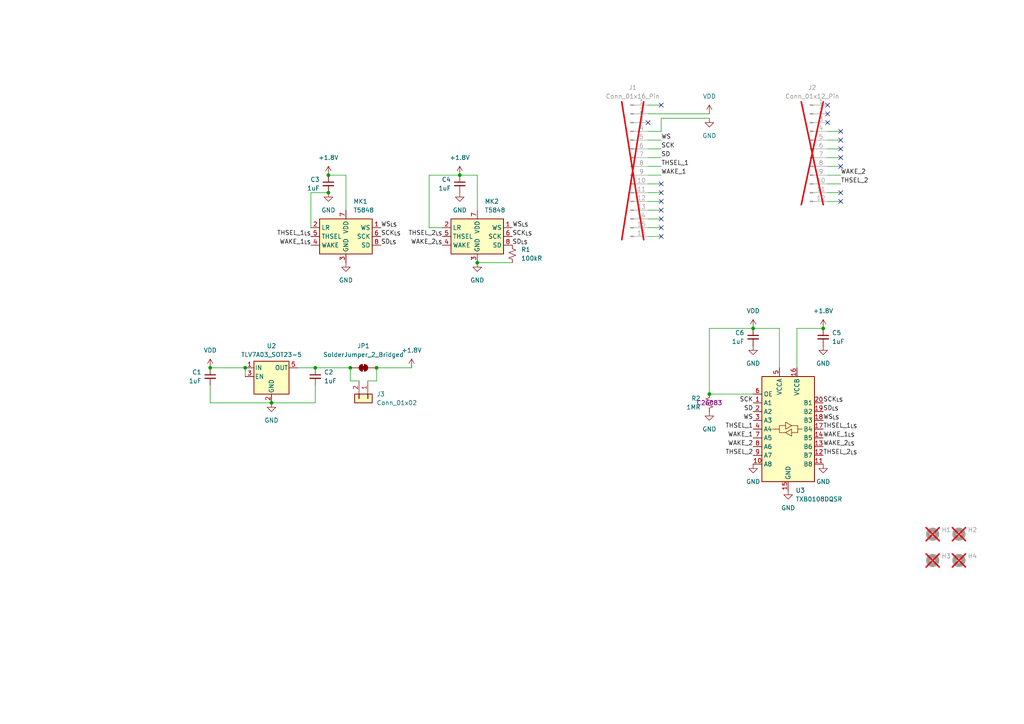
<source format=kicad_sch>
(kicad_sch (version 20250114) (generator "eeschema") (generator_version "9.0")
  (paper "A4")
  (lib_symbols
    (symbol "Connector:Conn_01x12_Pin" (pin_names (offset 1.016) (hide yes))
      (property "Reference" "J" (at 0 15.24 0))
      (property "Value" "Conn_01x12_Pin" (at 0 -17.78 0))
      (symbol "Conn_01x12_Pin_1_1"
        (rectangle (start 0.8636 12.827) (end 0 12.573) (stroke (width 0.1524)) (fill (type outline)))
        (rectangle (start 0.8636 10.287) (end 0 10.033) (stroke (width 0.1524)) (fill (type outline)))
        (rectangle (start 0.8636 7.747) (end 0 7.493) (stroke (width 0.1524)) (fill (type outline)))
        (rectangle (start 0.8636 5.207) (end 0 4.953) (stroke (width 0.1524)) (fill (type outline)))
        (rectangle (start 0.8636 2.667) (end 0 2.413) (stroke (width 0.1524)) (fill (type outline)))
        (rectangle (start 0.8636 0.127) (end 0 -0.127) (stroke (width 0.1524)) (fill (type outline)))
        (rectangle (start 0.8636 -2.413) (end 0 -2.667) (stroke (width 0.1524)) (fill (type outline)))
        (rectangle (start 0.8636 -4.953) (end 0 -5.207) (stroke (width 0.1524)) (fill (type outline)))
        (rectangle (start 0.8636 -7.493) (end 0 -7.747) (stroke (width 0.1524)) (fill (type outline)))
        (rectangle (start 0.8636 -10.033) (end 0 -10.287) (stroke (width 0.1524)) (fill (type outline)))
        (rectangle (start 0.8636 -12.573) (end 0 -12.827) (stroke (width 0.1524)) (fill (type outline)))
        (rectangle (start 0.8636 -15.113) (end 0 -15.367) (stroke (width 0.1524)) (fill (type outline)))
        (polyline (pts (xy 1.27 12.7) (xy 0.8636 12.7)) (stroke (width 0.1524)))
        (polyline (pts (xy 1.27 10.16) (xy 0.8636 10.16)) (stroke (width 0.1524)))
        (polyline (pts (xy 1.27 7.62) (xy 0.8636 7.62)) (stroke (width 0.1524)))
        (polyline (pts (xy 1.27 5.08) (xy 0.8636 5.08)) (stroke (width 0.1524)))
        (polyline (pts (xy 1.27 2.54) (xy 0.8636 2.54)) (stroke (width 0.1524)))
        (polyline (pts (xy 1.27 0) (xy 0.8636 0)) (stroke (width 0.1524)))
        (polyline (pts (xy 1.27 -2.54) (xy 0.8636 -2.54)) (stroke (width 0.1524)))
        (polyline (pts (xy 1.27 -5.08) (xy 0.8636 -5.08)) (stroke (width 0.1524)))
        (polyline (pts (xy 1.27 -7.62) (xy 0.8636 -7.62)) (stroke (width 0.1524)))
        (polyline (pts (xy 1.27 -10.16) (xy 0.8636 -10.16)) (stroke (width 0.1524)))
        (polyline (pts (xy 1.27 -12.7) (xy 0.8636 -12.7)) (stroke (width 0.1524)))
        (polyline (pts (xy 1.27 -15.24) (xy 0.8636 -15.24)) (stroke (width 0.1524)))
        (pin passive line (at 5.08 12.7 180) (length 3.81) (name "Pin_1") (number "1"))
        (pin passive line (at 5.08 10.16 180) (length 3.81) (name "Pin_2") (number "2"))
        (pin passive line (at 5.08 7.62 180) (length 3.81) (name "Pin_3") (number "3"))
        (pin passive line (at 5.08 5.08 180) (length 3.81) (name "Pin_4") (number "4"))
        (pin passive line (at 5.08 2.54 180) (length 3.81) (name "Pin_5") (number "5"))
        (pin passive line (at 5.08 0 180) (length 3.81) (name "Pin_6") (number "6"))
        (pin passive line (at 5.08 -2.54 180) (length 3.81) (name "Pin_7") (number "7"))
        (pin passive line (at 5.08 -5.08 180) (length 3.81) (name "Pin_8") (number "8"))
        (pin passive line (at 5.08 -7.62 180) (length 3.81) (name "Pin_9") (number "9"))
        (pin passive line (at 5.08 -10.16 180) (length 3.81) (name "Pin_10") (number "10"))
        (pin passive line (at 5.08 -12.7 180) (length 3.81) (name "Pin_11") (number "11"))
        (pin passive line (at 5.08 -15.24 180) (length 3.81) (name "Pin_12") (number "12"))
      )
    )
    (symbol "Connector:Conn_01x16_Pin" (pin_names (offset 1.016) (hide yes))
      (property "Reference" "J" (at 0 20.32 0))
      (property "Value" "Conn_01x16_Pin" (at 0 -22.86 0))
      (symbol "Conn_01x16_Pin_1_1"
        (rectangle (start 0.8636 17.907) (end 0 17.653) (stroke (width 0.1524)) (fill (type outline)))
        (rectangle (start 0.8636 15.367) (end 0 15.113) (stroke (width 0.1524)) (fill (type outline)))
        (rectangle (start 0.8636 12.827) (end 0 12.573) (stroke (width 0.1524)) (fill (type outline)))
        (rectangle (start 0.8636 10.287) (end 0 10.033) (stroke (width 0.1524)) (fill (type outline)))
        (rectangle (start 0.8636 7.747) (end 0 7.493) (stroke (width 0.1524)) (fill (type outline)))
        (rectangle (start 0.8636 5.207) (end 0 4.953) (stroke (width 0.1524)) (fill (type outline)))
        (rectangle (start 0.8636 2.667) (end 0 2.413) (stroke (width 0.1524)) (fill (type outline)))
        (rectangle (start 0.8636 0.127) (end 0 -0.127) (stroke (width 0.1524)) (fill (type outline)))
        (rectangle (start 0.8636 -2.413) (end 0 -2.667) (stroke (width 0.1524)) (fill (type outline)))
        (rectangle (start 0.8636 -4.953) (end 0 -5.207) (stroke (width 0.1524)) (fill (type outline)))
        (rectangle (start 0.8636 -7.493) (end 0 -7.747) (stroke (width 0.1524)) (fill (type outline)))
        (rectangle (start 0.8636 -10.033) (end 0 -10.287) (stroke (width 0.1524)) (fill (type outline)))
        (rectangle (start 0.8636 -12.573) (end 0 -12.827) (stroke (width 0.1524)) (fill (type outline)))
        (rectangle (start 0.8636 -15.113) (end 0 -15.367) (stroke (width 0.1524)) (fill (type outline)))
        (rectangle (start 0.8636 -17.653) (end 0 -17.907) (stroke (width 0.1524)) (fill (type outline)))
        (rectangle (start 0.8636 -20.193) (end 0 -20.447) (stroke (width 0.1524)) (fill (type outline)))
        (polyline (pts (xy 1.27 17.78) (xy 0.8636 17.78)) (stroke (width 0.1524)))
        (polyline (pts (xy 1.27 15.24) (xy 0.8636 15.24)) (stroke (width 0.1524)))
        (polyline (pts (xy 1.27 12.7) (xy 0.8636 12.7)) (stroke (width 0.1524)))
        (polyline (pts (xy 1.27 10.16) (xy 0.8636 10.16)) (stroke (width 0.1524)))
        (polyline (pts (xy 1.27 7.62) (xy 0.8636 7.62)) (stroke (width 0.1524)))
        (polyline (pts (xy 1.27 5.08) (xy 0.8636 5.08)) (stroke (width 0.1524)))
        (polyline (pts (xy 1.27 2.54) (xy 0.8636 2.54)) (stroke (width 0.1524)))
        (polyline (pts (xy 1.27 0) (xy 0.8636 0)) (stroke (width 0.1524)))
        (polyline (pts (xy 1.27 -2.54) (xy 0.8636 -2.54)) (stroke (width 0.1524)))
        (polyline (pts (xy 1.27 -5.08) (xy 0.8636 -5.08)) (stroke (width 0.1524)))
        (polyline (pts (xy 1.27 -7.62) (xy 0.8636 -7.62)) (stroke (width 0.1524)))
        (polyline (pts (xy 1.27 -10.16) (xy 0.8636 -10.16)) (stroke (width 0.1524)))
        (polyline (pts (xy 1.27 -12.7) (xy 0.8636 -12.7)) (stroke (width 0.1524)))
        (polyline (pts (xy 1.27 -15.24) (xy 0.8636 -15.24)) (stroke (width 0.1524)))
        (polyline (pts (xy 1.27 -17.78) (xy 0.8636 -17.78)) (stroke (width 0.1524)))
        (polyline (pts (xy 1.27 -20.32) (xy 0.8636 -20.32)) (stroke (width 0.1524)))
        (pin passive line (at 5.08 17.78 180) (length 3.81) (name "Pin_1") (number "1"))
        (pin passive line (at 5.08 15.24 180) (length 3.81) (name "Pin_2") (number "2"))
        (pin passive line (at 5.08 12.7 180) (length 3.81) (name "Pin_3") (number "3"))
        (pin passive line (at 5.08 10.16 180) (length 3.81) (name "Pin_4") (number "4"))
        (pin passive line (at 5.08 7.62 180) (length 3.81) (name "Pin_5") (number "5"))
        (pin passive line (at 5.08 5.08 180) (length 3.81) (name "Pin_6") (number "6"))
        (pin passive line (at 5.08 2.54 180) (length 3.81) (name "Pin_7") (number "7"))
        (pin passive line (at 5.08 0 180) (length 3.81) (name "Pin_8") (number "8"))
        (pin passive line (at 5.08 -2.54 180) (length 3.81) (name "Pin_9") (number "9"))
        (pin passive line (at 5.08 -5.08 180) (length 3.81) (name "Pin_10") (number "10"))
        (pin passive line (at 5.08 -7.62 180) (length 3.81) (name "Pin_11") (number "11"))
        (pin passive line (at 5.08 -10.16 180) (length 3.81) (name "Pin_12") (number "12"))
        (pin passive line (at 5.08 -12.7 180) (length 3.81) (name "Pin_13") (number "13"))
        (pin passive line (at 5.08 -15.24 180) (length 3.81) (name "Pin_14") (number "14"))
        (pin passive line (at 5.08 -17.78 180) (length 3.81) (name "Pin_15") (number "15"))
        (pin passive line (at 5.08 -20.32 180) (length 3.81) (name "Pin_16") (number "16"))
      )
    )
    (symbol "Connector_Generic:Conn_01x02" (pin_names (offset 1.016) (hide yes))
      (property "Reference" "J" (at 0 2.54 0))
      (property "Value" "Conn_01x02" (at 0 -5.08 0))
      (symbol "Conn_01x02_1_1"
        (rectangle (start -1.27 1.27) (end 1.27 -3.81) (stroke (width 0.254)) (fill (type background)))
        (rectangle (start -1.27 0.127) (end 0 -0.127) (stroke (width 0.1524)))
        (rectangle (start -1.27 -2.413) (end 0 -2.667) (stroke (width 0.1524)))
        (pin passive line (at -5.08 0 0) (length 3.81) (name "Pin_1") (number "1"))
        (pin passive line (at -5.08 -2.54 0) (length 3.81) (name "Pin_2") (number "2"))
      )
    )
    (symbol "Device:C_Small" (pin_numbers (hide yes)) (pin_names (offset 0.254) (hide yes))
      (property "Reference" "C" (at 0.254 1.778 0))
      (property "Value" "C_Small" (at 0.254 -2.032 0))
      (symbol "C_Small_0_1"
        (polyline (pts (xy -1.524 0.508) (xy 1.524 0.508)) (stroke (width 0.3048)))
        (polyline (pts (xy -1.524 -0.508) (xy 1.524 -0.508)) (stroke (width 0.3302)))
      )
      (symbol "C_Small_1_1"
        (pin passive line (at 0 2.54 270) (length 2.032) (name "~") (number "1"))
        (pin passive line (at 0 -2.54 90) (length 2.032) (name "~") (number "2"))
      )
    )
    (symbol "Device:R_Small_US" (pin_numbers (hide yes)) (pin_names (offset 0.254) (hide yes))
      (property "Reference" "R" (at 0.762 0.508 0))
      (property "Value" "R_Small_US" (at 0.762 -1.016 0))
      (symbol "R_Small_US_1_1"
        (polyline (pts (xy 0 1.524) (xy 1.016 1.143) (xy 0 0.762) (xy -1.016 0.381) (xy 0 0)))
        (polyline (pts (xy 0 0) (xy 1.016 -0.381) (xy 0 -0.762) (xy -1.016 -1.143) (xy 0 -1.524)))
        (pin passive line (at 0 2.54 270) (length 1.016) (name "~") (number "1"))
        (pin passive line (at 0 -2.54 90) (length 1.016) (name "~") (number "2"))
      )
    )
    (symbol "Jumper:SolderJumper_2_Bridged" (pin_numbers (hide yes)) (pin_names (offset 0) (hide yes)) (in_bom no)
      (property "Reference" "JP" (at 0 2.032 0))
      (property "Value" "SolderJumper_2_Bridged" (at 0 -2.54 0))
      (symbol "SolderJumper_2_Bridged_0_1"
        (rectangle (start -0.508 0.508) (end 0.508 -0.508) (fill (type outline)))
        (polyline (pts (xy -0.254 1.016) (xy -0.254 -1.016)))
        (arc (start -0.254 -1.016) (mid -1.2656 0) (end -0.254 1.016))
        (arc (start -0.254 -1.016) (mid -1.2656 0) (end -0.254 1.016) (fill (type outline)))
        (arc (start 0.254 1.016) (mid 1.2656 0) (end 0.254 -1.016))
        (arc (start 0.254 1.016) (mid 1.2656 0) (end 0.254 -1.016) (fill (type outline)))
        (polyline (pts (xy 0.254 1.016) (xy 0.254 -1.016)))
      )
      (symbol "SolderJumper_2_Bridged_1_1"
        (pin passive line (at -3.81 0 0) (length 2.54) (name "A") (number "1"))
        (pin passive line (at 3.81 0 180) (length 2.54) (name "B") (number "2"))
      )
    )
    (symbol "Logic_LevelTranslator:TXB0108DQSR"
      (property "Reference" "U" (at -6.35 16.51 0))
      (property "Value" "TXB0108DQSR" (at 3.81 16.51 0))
      (symbol "TXB0108DQSR_0_1"
        (rectangle (start -7.62 15.24) (end 7.62 -15.24) (stroke (width 0.254)) (fill (type background)))
        (polyline (pts (xy -2.54 0) (xy -2.54 1.016) (xy -0.762 1.016)))
        (polyline (pts (xy -0.762 -1.016) (xy -2.54 -1.016) (xy -2.54 0) (xy -4.572 0)))
        (polyline (pts (xy -0.762 -1.016) (xy 1.016 0) (xy 1.016 -2.032) (xy -0.762 -1.016)))
        (polyline (pts (xy 1.016 1.016) (xy -0.762 0) (xy -0.762 2.032) (xy 1.016 1.016)))
        (polyline (pts (xy 1.016 1.016) (xy 2.794 1.016) (xy 2.794 0) (xy 4.064 0)))
        (polyline (pts (xy 2.794 0) (xy 2.794 -1.016) (xy 1.016 -1.016)))
      )
      (symbol "TXB0108DQSR_1_1"
        (pin input line (at -10.16 10.16 0) (length 2.54) (name "OE") (number "6"))
        (pin bidirectional line (at -10.16 7.62 0) (length 2.54) (name "A1") (number "1"))
        (pin bidirectional line (at -10.16 5.08 0) (length 2.54) (name "A2") (number "2"))
        (pin bidirectional line (at -10.16 2.54 0) (length 2.54) (name "A3") (number "3"))
        (pin bidirectional line (at -10.16 0 0) (length 2.54) (name "A4") (number "4"))
        (pin bidirectional line (at -10.16 -2.54 0) (length 2.54) (name "A5") (number "7"))
        (pin bidirectional line (at -10.16 -5.08 0) (length 2.54) (name "A6") (number "8"))
        (pin bidirectional line (at -10.16 -7.62 0) (length 2.54) (name "A7") (number "9"))
        (pin bidirectional line (at -10.16 -10.16 0) (length 2.54) (name "A8") (number "10"))
        (pin power_in line (at -2.54 17.78 270) (length 2.54) (name "VCCA") (number "5"))
        (pin power_in line (at 0 -17.78 90) (length 2.54) (name "GND") (number "15"))
        (pin power_in line (at 2.54 17.78 270) (length 2.54) (name "VCCB") (number "16"))
        (pin bidirectional line (at 10.16 7.62 180) (length 2.54) (name "B1") (number "20"))
        (pin bidirectional line (at 10.16 5.08 180) (length 2.54) (name "B2") (number "19"))
        (pin bidirectional line (at 10.16 2.54 180) (length 2.54) (name "B3") (number "18"))
        (pin bidirectional line (at 10.16 0 180) (length 2.54) (name "B4") (number "17"))
        (pin bidirectional line (at 10.16 -2.54 180) (length 2.54) (name "B5") (number "14"))
        (pin bidirectional line (at 10.16 -5.08 180) (length 2.54) (name "B6") (number "13"))
        (pin bidirectional line (at 10.16 -7.62 180) (length 2.54) (name "B7") (number "12"))
        (pin bidirectional line (at 10.16 -10.16 180) (length 2.54) (name "B8") (number "11"))
      )
    )
    (symbol "Mechanical:MountingHole" (pin_names (offset 1.016))
      (property "Reference" "H" (at 0 5.08 0))
      (property "Value" "MountingHole" (at 0 3.175 0))
      (symbol "MountingHole_0_1"
        (circle (center 0 0) (radius 1.27) (stroke (width 1.27)))
      )
    )
    (symbol "Regulator_Linear:TLV70018_SOT23-5" (pin_names (offset 0.254))
      (property "Reference" "U" (at -3.81 5.715 0))
      (property "Value" "TLV70018_SOT23-5" (at 0 5.715 0))
      (symbol "TLV70018_SOT23-5_0_1"
        (rectangle (start -5.08 4.445) (end 5.08 -5.08) (stroke (width 0.254)) (fill (type background)))
      )
      (symbol "TLV70018_SOT23-5_1_1"
        (pin power_in line (at -7.62 2.54 0) (length 2.54) (name "IN") (number "1"))
        (pin input line (at -7.62 0 0) (length 2.54) (name "EN") (number "3"))
        (pin power_in line (at 0 -7.62 90) (length 2.54) (name "GND") (number "2"))
        (pin no_connect line (at 5.08 0 180) (length 2.54) (hide yes) (name "NC") (number "4"))
        (pin power_out line (at 7.62 2.54 180) (length 2.54) (name "OUT") (number "5"))
      )
    )
    (symbol "T5848:T5848"
      (property "Reference" "MK" (at -7.62 6.35 0))
      (property "Value" "T5848" (at 1.27 6.35 0))
      (symbol "T5848_1_0"
        (pin power_in line (at 0 7.62 270) (length 2.54) (name "VDD") (number "7"))
        (pin output line (at 10.16 -2.54 180) (length 2.54) (name "SD") (number "8"))
      )
      (symbol "T5848_1_1"
        (rectangle (start -7.62 5.08) (end 7.62 -5.08) (stroke (width 0.254)) (fill (type background)))
        (pin input line (at -10.16 2.54 0) (length 2.54) (name "LR") (number "2"))
        (pin input line (at -10.16 0 0) (length 2.54) (name "THSEL") (number "5"))
        (pin output line (at -10.16 -2.54 0) (length 2.54) (name "WAKE") (number "4"))
        (pin power_in line (at 0 -7.62 90) (length 2.54) (name "GND") (number "3"))
        (pin input line (at 10.16 2.54 180) (length 2.54) (name "WS") (number "1"))
        (pin input line (at 10.16 0 180) (length 2.54) (name "SCK") (number "6"))
      )
    )
    (symbol "power:+1V8" (power) (pin_numbers (hide yes)) (pin_names (offset 0) (hide yes))
      (property "Value" "+1V8" (at 0 3.556 0))
      (symbol "+1V8_0_1"
        (polyline (pts (xy -0.762 1.27) (xy 0 2.54)))
        (polyline (pts (xy 0 2.54) (xy 0.762 1.27)))
        (polyline (pts (xy 0 0) (xy 0 2.54)))
      )
      (symbol "+1V8_1_1"
        (pin power_in line (at 0 0 90) (length 0) (name "~") (number "1"))
      )
    )
    (symbol "power:GND" (power) (pin_numbers (hide yes)) (pin_names (offset 0) (hide yes))
      (property "Value" "GND" (at 0 -3.81 0))
      (symbol "GND_0_1"
        (polyline (pts (xy 0 0) (xy 0 -1.27) (xy 1.27 -1.27) (xy 0 -2.54) (xy -1.27 -1.27) (xy 0 -1.27)))
      )
      (symbol "GND_1_1"
        (pin power_in line (at 0 0 270) (length 0) (name "~") (number "1"))
      )
    )
    (symbol "power:VDD" (power) (pin_numbers (hide yes)) (pin_names (offset 0) (hide yes))
      (property "Value" "VDD" (at 0 3.556 0))
      (symbol "VDD_0_1"
        (polyline (pts (xy -0.762 1.27) (xy 0 2.54)))
        (polyline (pts (xy 0 2.54) (xy 0.762 1.27)))
        (polyline (pts (xy 0 0) (xy 0 2.54)))
      )
      (symbol "VDD_1_1"
        (pin power_in line (at 0 0 90) (length 0) (name "~") (number "1"))
      )
    )
  )
  (junction (at 109.22 106.68))
  (junction (at 71.12 106.68))
  (junction (at 91.44 106.68))
  (junction (at 238.76 95.25))
  (junction (at 60.96 106.68))
  (junction (at 78.74 116.84))
  (junction (at 95.25 55.88))
  (junction (at 218.44 95.25))
  (junction (at 138.43 76.2))
  (junction (at 133.35 50.8))
  (junction (at 95.25 50.8))
  (junction (at 101.6 106.68))
  (junction (at 205.74 114.3))
  (no_connect (at 191.77 30.48))
  (no_connect (at 191.77 53.34))
  (no_connect (at 243.84 38.1))
  (no_connect (at 191.77 60.96))
  (no_connect (at 191.77 68.58))
  (no_connect (at 243.84 48.26))
  (no_connect (at 191.77 55.88))
  (no_connect (at 243.84 43.18))
  (no_connect (at 240.03 30.48))
  (no_connect (at 243.84 55.88))
  (no_connect (at 191.77 66.04))
  (no_connect (at 240.03 35.56))
  (no_connect (at 243.84 45.72))
  (no_connect (at 191.77 58.42))
  (no_connect (at 187.96 35.56))
  (no_connect (at 191.77 63.5))
  (no_connect (at 240.03 33.02))
  (no_connect (at 243.84 58.42))
  (no_connect (at 243.84 40.64))
  (wire (pts (xy 104.14 110.49) (xy 101.6 110.49)))
  (wire (pts (xy 205.74 114.3) (xy 218.44 114.3)))
  (wire (pts (xy 124.46 50.8) (xy 133.35 50.8)))
  (wire (pts (xy 187.96 50.8) (xy 191.77 50.8)))
  (wire (pts (xy 90.17 66.04) (xy 90.17 55.88)))
  (wire (pts (xy 187.96 55.88) (xy 191.77 55.88)))
  (wire (pts (xy 240.03 40.64) (xy 243.84 40.64)))
  (wire (pts (xy 191.77 30.48) (xy 187.96 30.48)))
  (wire (pts (xy 187.96 60.96) (xy 191.77 60.96)))
  (wire (pts (xy 205.74 95.25) (xy 205.74 114.3)))
  (wire (pts (xy 138.43 50.8) (xy 138.43 60.96)))
  (wire (pts (xy 191.77 48.26) (xy 187.96 48.26)))
  (wire (pts (xy 187.96 40.64) (xy 191.77 40.64)))
  (wire (pts (xy 109.22 106.68) (xy 119.38 106.68)))
  (wire (pts (xy 187.96 33.02) (xy 205.74 33.02)))
  (wire (pts (xy 191.77 43.18) (xy 187.96 43.18)))
  (wire (pts (xy 91.44 116.84) (xy 78.74 116.84)))
  (wire (pts (xy 191.77 58.42) (xy 187.96 58.42)))
  (wire (pts (xy 133.35 50.8) (xy 138.43 50.8)))
  (wire (pts (xy 100.33 50.8) (xy 100.33 60.96)))
  (wire (pts (xy 243.84 48.26) (xy 240.03 48.26)))
  (wire (pts (xy 191.77 34.29) (xy 191.77 38.1)))
  (wire (pts (xy 191.77 68.58) (xy 187.96 68.58)))
  (wire (pts (xy 243.84 53.34) (xy 240.03 53.34)))
  (wire (pts (xy 128.27 66.04) (xy 124.46 66.04)))
  (wire (pts (xy 240.03 55.88) (xy 243.84 55.88)))
  (wire (pts (xy 243.84 58.42) (xy 240.03 58.42)))
  (wire (pts (xy 191.77 38.1) (xy 187.96 38.1)))
  (wire (pts (xy 60.96 116.84) (xy 78.74 116.84)))
  (wire (pts (xy 101.6 110.49) (xy 101.6 106.68)))
  (wire (pts (xy 91.44 106.68) (xy 101.6 106.68)))
  (wire (pts (xy 91.44 106.68) (xy 86.36 106.68)))
  (wire (pts (xy 90.17 55.88) (xy 95.25 55.88)))
  (wire (pts (xy 240.03 38.1) (xy 243.84 38.1)))
  (wire (pts (xy 240.03 50.8) (xy 243.84 50.8)))
  (wire (pts (xy 60.96 106.68) (xy 71.12 106.68)))
  (wire (pts (xy 91.44 111.76) (xy 91.44 116.84)))
  (wire (pts (xy 60.96 111.76) (xy 60.96 116.84)))
  (wire (pts (xy 226.06 95.25) (xy 226.06 106.68)))
  (wire (pts (xy 187.96 66.04) (xy 191.77 66.04)))
  (wire (pts (xy 109.22 110.49) (xy 109.22 106.68)))
  (wire (pts (xy 240.03 45.72) (xy 243.84 45.72)))
  (wire (pts (xy 218.44 95.25) (xy 226.06 95.25)))
  (wire (pts (xy 138.43 76.2) (xy 148.59 76.2)))
  (wire (pts (xy 231.14 95.25) (xy 231.14 106.68)))
  (wire (pts (xy 191.77 63.5) (xy 187.96 63.5)))
  (wire (pts (xy 191.77 53.34) (xy 187.96 53.34)))
  (wire (pts (xy 238.76 95.25) (xy 231.14 95.25)))
  (wire (pts (xy 187.96 45.72) (xy 191.77 45.72)))
  (wire (pts (xy 106.68 110.49) (xy 109.22 110.49)))
  (wire (pts (xy 124.46 66.04) (xy 124.46 50.8)))
  (wire (pts (xy 191.77 34.29) (xy 205.74 34.29)))
  (wire (pts (xy 218.44 95.25) (xy 205.74 95.25)))
  (wire (pts (xy 95.25 50.8) (xy 100.33 50.8)))
  (wire (pts (xy 243.84 43.18) (xy 240.03 43.18)))
  (wire (pts (xy 71.12 106.68) (xy 71.12 109.22)))
  (label "WS_{LS}" (at 110.49 66.04 0))
  (label "WS" (at 218.44 121.92 180))
  (label "SCK" (at 191.77 43.18 0))
  (label "WS_{LS}" (at 148.59 66.04 0))
  (label "THSEL_1_{LS}" (at 90.17 68.58 180))
  (label "WAKE_2_{LS}" (at 128.27 71.12 180))
  (label "SD" (at 191.77 45.72 0))
  (label "SD" (at 218.44 119.38 180))
  (label "THSEL_2_{LS}" (at 238.76 132.08 0))
  (label "WS" (at 191.77 40.64 0))
  (label "WAKE_2" (at 243.84 50.8 0))
  (label "WAKE_1_{LS}" (at 238.76 127 0))
  (label "WAKE_1_{LS}" (at 90.17 71.12 180))
  (label "THSEL_1" (at 191.77 48.26 0))
  (label "THSEL_2" (at 243.84 53.34 0))
  (label "SCK" (at 218.44 116.84 180))
  (label "THSEL_2" (at 218.44 132.08 180))
  (label "SCK_{LS}" (at 148.59 68.58 0))
  (label "THSEL_1_{LS}" (at 238.76 124.46 0))
  (label "SD_{LS}" (at 148.59 71.12 0))
  (label "WAKE_1" (at 218.44 127 180))
  (label "WAKE_2" (at 218.44 129.54 180))
  (label "SD_{LS}" (at 110.49 71.12 0))
  (label "SCK_{LS}" (at 238.76 116.84 0))
  (label "THSEL_2_{LS}" (at 128.27 68.58 180))
  (label "WAKE_1" (at 191.77 50.8 0))
  (label "WAKE_2_{LS}" (at 238.76 129.54 0))
  (label "SD_{LS}" (at 238.76 119.38 0))
  (label "SCK_{LS}" (at 110.49 68.58 0))
  (label "THSEL_1" (at 218.44 124.46 180))
  (label "WS_{LS}" (at 238.76 121.92 0))
  (symbol (lib_id "power:+1V8") (at 119.38 106.68 0) (unit 1)
    (property "Reference" "#PWR04" (effects (hide yes)))
    (property "Value" "+1.8V" (at 119.38 101.6 0))
    (property "Description" "Power symbol creates a global label with name \"+1V8\"" (effects (hide yes)))
  )
  (symbol (lib_id "Mechanical:MountingHole") (at 278.13 154.94 0) (unit 1) (exclude_from_sim yes) (in_bom no) (dnp yes)
    (property "Reference" "H2" (at 280.67 153.67 0) (effects (justify left)))
    (property "Value" "MountingHole" (effects (hide yes)))
    (property "Footprint" "MountingHole:MountingHole_2.5mm" (effects (hide yes)))
  )
  (symbol (lib_id "Device:C_Small") (at 218.44 97.79 0) (unit 1)
    (property "Reference" "C6" (at 215.9 96.5262 0) (effects (justify right)))
    (property "Value" "1uF" (at 215.9 99.0662 0) (effects (justify right)))
    (property "Footprint" "Capacitor_SMD:C_0402_1005Metric" (effects (hide yes)))
    (property "Description" "Unpolarized capacitor, small symbol" (effects (hide yes)))
    (property "LCSC" "C52923" (effects (hide yes)))
  )
  (symbol (lib_id "T5848:T5848") (at 100.33 68.58 0) (unit 1)
    (property "Reference" "MK1" (at 102.4733 58.42 0) (effects (justify left)))
    (property "Value" "T5848" (at 102.4733 60.96 0) (effects (justify left)))
    (property "Footprint" "T5848:TDK_T5848-8_3.5x2.65mm" (effects (hide yes)))
    (property "Datasheet" "https://invensense.tdk.com/wp-content/uploads/2024/04/DS-000479-T5848-Datasheet-v1.0.pdf" (effects (hide yes)))
    (property "Description" "TDK InvenSense MEMS Microphone, 24-bit I2S, 65 dBA SNR, LGA-8" (effects (hide yes)))
    (property "LCSC" "C20344623" (effects (hide yes)))
  )
  (symbol (lib_id "Device:C_Small") (at 133.35 53.34 0) (unit 1)
    (property "Reference" "C4" (at 130.81 52.0762 0) (effects (justify right)))
    (property "Value" "1uF" (at 130.81 54.6162 0) (effects (justify right)))
    (property "Footprint" "Capacitor_SMD:C_0402_1005Metric" (effects (hide yes)))
    (property "Description" "Unpolarized capacitor, small symbol" (effects (hide yes)))
    (property "LCSC" "C52923" (effects (hide yes)))
  )
  (symbol (lib_id "T5848:T5848") (at 138.43 68.58 0) (unit 1)
    (property "Reference" "MK2" (at 140.5733 58.42 0) (effects (justify left)))
    (property "Value" "T5848" (at 140.5733 60.96 0) (effects (justify left)))
    (property "Footprint" "T5848:TDK_T5848-8_3.5x2.65mm" (effects (hide yes)))
    (property "Datasheet" "https://invensense.tdk.com/wp-content/uploads/2024/04/DS-000479-T5848-Datasheet-v1.0.pdf" (effects (hide yes)))
    (property "Description" "TDK InvenSense MEMS Microphone, 24-bit I2S, 65 dBA SNR, LGA-8" (effects (hide yes)))
    (property "LCSC" "C20344623" (effects (hide yes)))
  )
  (symbol (lib_id "power:GND") (at 238.76 100.33 0) (mirror y) (unit 1)
    (property "Reference" "#PWR014" (effects (hide yes)))
    (property "Value" "GND" (at 238.76 105.41 0))
    (property "Description" "Power symbol creates a global label with name \"GND\" , ground" (effects (hide yes)))
  )
  (symbol (lib_id "Regulator_Linear:TLV70018_SOT23-5") (at 78.74 109.22 0) (unit 1)
    (property "Reference" "U2" (at 78.74 100.33 0))
    (property "Value" "TLV7A03_SOT23-5" (at 78.74 102.87 0))
    (property "Footprint" "Package_TO_SOT_SMD:SOT-23-5" (effects (hide yes)))
    (property "Datasheet" "http://www.ti.com/lit/ds/symlink/tlv700.pdf" (effects (hide yes)))
    (property "Description" "200mA Low Dropout Voltage Regulator, Fixed Output 1.8V, SOT-23-5" (effects (hide yes)))
    (property "LCSC" "C92498" (effects (hide yes)))
  )
  (symbol (lib_id "power:VDD") (at 60.96 106.68 0) (unit 1)
    (property "Reference" "#PWR03" (effects (hide yes)))
    (property "Value" "VDD" (at 60.96 101.6 0))
    (property "Description" "Power symbol creates a global label with name \"VDD\"" (effects (hide yes)))
  )
  (symbol (lib_id "power:VDD") (at 218.44 95.25 0) (unit 1)
    (property "Reference" "#PWR015" (effects (hide yes)))
    (property "Value" "VDD" (at 218.44 90.17 0))
    (property "Description" "Power symbol creates a global label with name \"VDD\"" (effects (hide yes)))
  )
  (symbol (lib_id "power:GND") (at 133.35 55.88 0) (unit 1)
    (property "Reference" "#PWR08" (effects (hide yes)))
    (property "Value" "GND" (at 133.35 60.96 0))
    (property "Description" "Power symbol creates a global label with name \"GND\" , ground" (effects (hide yes)))
  )
  (symbol (lib_id "power:+1V8") (at 238.76 95.25 0) (mirror y) (unit 1)
    (property "Reference" "#PWR013" (effects (hide yes)))
    (property "Value" "+1.8V" (at 238.76 90.17 0))
    (property "Description" "Power symbol creates a global label with name \"+1V8\"" (effects (hide yes)))
  )
  (symbol (lib_id "Mechanical:MountingHole") (at 278.13 162.56 0) (unit 1) (exclude_from_sim yes) (in_bom no) (dnp yes)
    (property "Reference" "H4" (at 280.67 161.29 0) (effects (justify left)))
    (property "Value" "MountingHole" (effects (hide yes)))
    (property "Footprint" "MountingHole:MountingHole_2.5mm" (effects (hide yes)))
  )
  (symbol (lib_id "Device:C_Small") (at 91.44 109.22 0) (mirror y) (unit 1)
    (property "Reference" "C2" (at 93.98 107.9562 0) (effects (justify right)))
    (property "Value" "1uF" (at 93.98 110.4962 0) (effects (justify right)))
    (property "Footprint" "Capacitor_SMD:C_0402_1005Metric" (effects (hide yes)))
    (property "Description" "Unpolarized capacitor, small symbol" (effects (hide yes)))
    (property "LCSC" "C52923" (effects (hide yes)))
  )
  (symbol (lib_id "power:GND") (at 100.33 76.2 0) (unit 1)
    (property "Reference" "#PWR01" (effects (hide yes)))
    (property "Value" "GND" (at 100.33 81.28 0))
    (property "Description" "Power symbol creates a global label with name \"GND\" , ground" (effects (hide yes)))
  )
  (symbol (lib_id "power:GND") (at 138.43 76.2 0) (unit 1)
    (property "Reference" "#PWR09" (effects (hide yes)))
    (property "Value" "GND" (at 138.43 81.28 0))
    (property "Description" "Power symbol creates a global label with name \"GND\" , ground" (effects (hide yes)))
  )
  (symbol (lib_id "power:+1V8") (at 95.25 50.8 0) (unit 1)
    (property "Reference" "#PWR06" (effects (hide yes)))
    (property "Value" "+1.8V" (at 95.25 45.72 0))
    (property "Description" "Power symbol creates a global label with name \"+1V8\"" (effects (hide yes)))
  )
  (symbol (lib_id "power:GND") (at 95.25 55.88 0) (unit 1)
    (property "Reference" "#PWR05" (effects (hide yes)))
    (property "Value" "GND" (at 95.25 60.96 0))
    (property "Description" "Power symbol creates a global label with name \"GND\" , ground" (effects (hide yes)))
  )
  (symbol (lib_id "power:+1V8") (at 133.35 50.8 0) (unit 1)
    (property "Reference" "#PWR07" (effects (hide yes)))
    (property "Value" "+1.8V" (at 133.35 45.72 0))
    (property "Description" "Power symbol creates a global label with name \"+1V8\"" (effects (hide yes)))
  )
  (symbol (lib_id "power:GND") (at 238.76 134.62 0) (unit 1)
    (property "Reference" "#PWR018" (effects (hide yes)))
    (property "Value" "GND" (at 238.76 139.7 0))
    (property "Description" "Power symbol creates a global label with name \"GND\" , ground" (effects (hide yes)))
  )
  (symbol (lib_id "power:GND") (at 218.44 100.33 0) (unit 1)
    (property "Reference" "#PWR016" (effects (hide yes)))
    (property "Value" "GND" (at 218.44 105.41 0))
    (property "Description" "Power symbol creates a global label with name \"GND\" , ground" (effects (hide yes)))
  )
  (symbol (lib_id "Mechanical:MountingHole") (at 270.51 154.94 0) (unit 1) (exclude_from_sim yes) (in_bom no) (dnp yes)
    (property "Reference" "H1" (at 273.05 153.67 0) (effects (justify left)))
    (property "Value" "MountingHole" (effects (hide yes)))
    (property "Footprint" "MountingHole:MountingHole_2.5mm" (effects (hide yes)))
  )
  (symbol (lib_id "Mechanical:MountingHole") (at 270.51 162.56 0) (unit 1) (exclude_from_sim yes) (in_bom no) (dnp yes)
    (property "Reference" "H3" (at 273.05 161.29 0) (effects (justify left)))
    (property "Value" "MountingHole" (effects (hide yes)))
    (property "Footprint" "MountingHole:MountingHole_2.5mm" (effects (hide yes)))
  )
  (symbol (lib_id "Device:C_Small") (at 238.76 97.79 0) (mirror y) (unit 1)
    (property "Reference" "C5" (at 241.3 96.5262 0) (effects (justify right)))
    (property "Value" "1uF" (at 241.3 99.0662 0) (effects (justify right)))
    (property "Footprint" "Capacitor_SMD:C_0402_1005Metric" (effects (hide yes)))
    (property "Description" "Unpolarized capacitor, small symbol" (effects (hide yes)))
    (property "LCSC" "C52923" (effects (hide yes)))
  )
  (symbol (lib_id "Jumper:SolderJumper_2_Bridged") (at 105.41 106.68 0) (unit 1) (in_bom no)
    (property "Reference" "JP1" (at 105.41 100.33 0))
    (property "Value" "SolderJumper_2_Bridged" (at 105.41 102.87 0))
    (property "Footprint" "Jumper:SolderJumper-2_P1.3mm_Bridged_RoundedPad1.0x1.5mm" (effects (hide yes)))
    (property "Description" "Solder Jumper, 2-pole, closed/bridged" (effects (hide yes)))
  )
  (symbol (lib_id "Device:R_Small_US") (at 148.59 73.66 0) (unit 1)
    (property "Reference" "R1" (at 151.13 72.3899 0) (effects (justify left)))
    (property "Value" "100kR" (at 151.13 74.9299 0) (effects (justify left)))
    (property "Footprint" "Resistor_SMD:R_0402_1005Metric" (effects (hide yes)))
    (property "Description" "Resistor, small US symbol" (effects (hide yes)))
    (property "LCSC" "C25741" (effects (hide yes)))
  )
  (symbol (lib_id "Device:R_Small_US") (at 205.74 116.84 0) (mirror y) (unit 1)
    (property "Reference" "R2" (at 203.2 115.5699 0) (effects (justify left)))
    (property "Value" "1MR" (at 203.2 118.1099 0) (effects (justify left)))
    (property "Footprint" "Resistor_SMD:R_0402_1005Metric" (effects (hide yes)))
    (property "Description" "Resistor, small US symbol" (effects (hide yes)))
    (property "LCSC" "C26083" (at 205.74 116.84 0))
  )
  (symbol (lib_id "Device:C_Small") (at 95.25 53.34 0) (unit 1)
    (property "Reference" "C3" (at 92.71 52.0762 0) (effects (justify right)))
    (property "Value" "1uF" (at 92.71 54.6162 0) (effects (justify right)))
    (property "Footprint" "Capacitor_SMD:C_0402_1005Metric" (effects (hide yes)))
    (property "Description" "Unpolarized capacitor, small symbol" (effects (hide yes)))
    (property "LCSC" "C52923" (effects (hide yes)))
  )
  (symbol (lib_id "Connector:Conn_01x12_Pin") (at 234.95 43.18 0) (unit 1) (in_bom no) (dnp yes)
    (property "Reference" "J2" (at 235.585 25.4 0))
    (property "Value" "Conn_01x12_Pin" (at 235.585 27.94 0))
    (property "Footprint" "Connector_PinHeader_2.54mm:PinHeader_1x12_P2.54mm_Vertical" (effects (hide yes)))
  )
  (symbol (lib_id "Connector:Conn_01x16_Pin") (at 182.88 48.26 0) (unit 1) (in_bom no) (dnp yes)
    (property "Reference" "J1" (at 183.515 25.4 0))
    (property "Value" "Conn_01x16_Pin" (at 183.515 27.94 0))
    (property "Footprint" "Connector_PinHeader_2.54mm:PinHeader_1x16_P2.54mm_Vertical" (effects (hide yes)))
  )
  (symbol (lib_id "power:GND") (at 218.44 134.62 0) (unit 1)
    (property "Reference" "#PWR017" (effects (hide yes)))
    (property "Value" "GND" (at 218.44 139.7 0))
    (property "Description" "Power symbol creates a global label with name \"GND\" , ground" (effects (hide yes)))
  )
  (symbol (lib_id "power:VDD") (at 205.74 33.02 0) (unit 1)
    (property "Reference" "#PWR011" (effects (hide yes)))
    (property "Value" "VDD" (at 205.74 27.94 0))
    (property "Description" "Power symbol creates a global label with name \"VDD\"" (effects (hide yes)))
  )
  (symbol (lib_id "Logic_LevelTranslator:TXB0108DQSR") (at 228.6 124.46 0) (unit 1)
    (property "Reference" "U3" (at 230.7433 142.24 0) (effects (justify left)))
    (property "Value" "TXB0108DQSR" (at 230.7433 144.78 0) (effects (justify left)))
    (property "Footprint" "Package_SON:USON-20_2x4mm_P0.4mm" (effects (hide yes)))
    (property "Datasheet" "http://www.ti.com/lit/ds/symlink/txb0108.pdf" (effects (hide yes)))
    (property "Description" "8-Bit Bidirectional Voltage-Level Translator, Auto Direction Sensing and ±15-kV ESD Protection, 1.2 - 3.6V APort, 1.65 - 5.5V BPort, USON-20" (effects (hide yes)))
    (property "LCSC" "C427057" (effects (hide yes)))
  )
  (symbol (lib_id "power:GND") (at 228.6 142.24 0) (unit 1)
    (property "Reference" "#PWR010" (effects (hide yes)))
    (property "Value" "GND" (at 228.6 147.32 0))
    (property "Description" "Power symbol creates a global label with name \"GND\" , ground" (effects (hide yes)))
  )
  (symbol (lib_id "power:GND") (at 205.74 34.29 0) (unit 1)
    (property "Reference" "#PWR012" (effects (hide yes)))
    (property "Value" "GND" (at 205.74 39.37 0))
    (property "Description" "Power symbol creates a global label with name \"GND\" , ground" (effects (hide yes)))
  )
  (symbol (lib_id "Connector_Generic:Conn_01x02") (at 106.68 115.57 270) (unit 1)
    (property "Reference" "J3" (at 109.22 114.2999 90) (effects (justify left)))
    (property "Value" "Conn_01x02" (at 109.22 116.8399 90) (effects (justify left)))
    (property "Footprint" "Connector_PinHeader_2.54mm:PinHeader_1x02_P2.54mm_Vertical" (effects (hide yes)))
    (property "Description" "Generic connector, single row, 01x02, script generated (kicad-library-utils/schlib/autogen/connector/)" (effects (hide yes)))
  )
  (symbol (lib_id "power:GND") (at 205.74 119.38 0) (unit 1)
    (property "Reference" "#PWR019" (effects (hide yes)))
    (property "Value" "GND" (at 205.74 124.46 0))
    (property "Description" "Power symbol creates a global label with name \"GND\" , ground" (effects (hide yes)))
  )
  (symbol (lib_id "Device:C_Small") (at 60.96 109.22 0) (unit 1)
    (property "Reference" "C1" (at 58.42 107.9562 0) (effects (justify right)))
    (property "Value" "1uF" (at 58.42 110.4962 0) (effects (justify right)))
    (property "Footprint" "Capacitor_SMD:C_0402_1005Metric" (effects (hide yes)))
    (property "Description" "Unpolarized capacitor, small symbol" (effects (hide yes)))
    (property "LCSC" "C52923" (effects (hide yes)))
  )
  (symbol (lib_id "power:GND") (at 78.74 116.84 0) (unit 1)
    (property "Reference" "#PWR02" (effects (hide yes)))
    (property "Value" "GND" (at 78.74 121.92 0))
    (property "Description" "Power symbol creates a global label with name \"GND\" , ground" (effects (hide yes)))
  )
)
</source>
